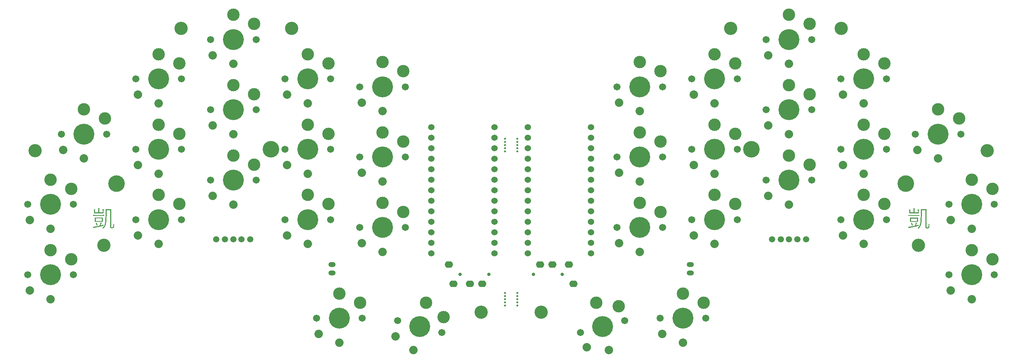
<source format=gbr>
%TF.GenerationSoftware,KiCad,Pcbnew,7.0.9*%
%TF.CreationDate,2024-04-08T09:31:46+08:00*%
%TF.ProjectId,kai_simple_v3,6b61695f-7369-46d7-906c-655f76332e6b,rev?*%
%TF.SameCoordinates,Original*%
%TF.FileFunction,Soldermask,Top*%
%TF.FilePolarity,Negative*%
%FSLAX46Y46*%
G04 Gerber Fmt 4.6, Leading zero omitted, Abs format (unit mm)*
G04 Created by KiCad (PCBNEW 7.0.9) date 2024-04-08 09:31:46*
%MOMM*%
%LPD*%
G01*
G04 APERTURE LIST*
%ADD10C,0.150000*%
%ADD11C,1.701800*%
%ADD12C,3.000000*%
%ADD13C,5.050000*%
%ADD14C,2.032000*%
%ADD15C,1.500000*%
%ADD16C,0.800000*%
%ADD17O,2.000000X1.600000*%
%ADD18C,4.000000*%
%ADD19C,3.200000*%
%ADD20C,0.500000*%
%ADD21C,1.524000*%
%ADD22O,1.750000X1.200000*%
G04 APERTURE END LIST*
D10*
G36*
X51070697Y-104667499D02*
G01*
X51074513Y-104688107D01*
X51062790Y-105712950D01*
X51062790Y-108798225D01*
X51063400Y-108840418D01*
X51065881Y-108886805D01*
X51070270Y-108926132D01*
X51079619Y-108969329D01*
X51097136Y-109004534D01*
X51101868Y-109009251D01*
X51136942Y-109028163D01*
X51177242Y-109038543D01*
X51220364Y-109042338D01*
X51230829Y-109042468D01*
X51275006Y-109041491D01*
X51315703Y-109038560D01*
X51361680Y-109032149D01*
X51402218Y-109022684D01*
X51443686Y-109007297D01*
X51482168Y-108983789D01*
X51486795Y-108979942D01*
X51510580Y-108937176D01*
X51523065Y-108895373D01*
X51534211Y-108841463D01*
X51540897Y-108798797D01*
X51546988Y-108750750D01*
X51552483Y-108697321D01*
X51557383Y-108638512D01*
X51561688Y-108574322D01*
X51565398Y-108504751D01*
X51568512Y-108429799D01*
X51569845Y-108390305D01*
X51571030Y-108349466D01*
X51572066Y-108307282D01*
X51572954Y-108263752D01*
X51573692Y-108218877D01*
X51574282Y-108172657D01*
X51574723Y-108125092D01*
X51606708Y-108152887D01*
X51639940Y-108177204D01*
X51677691Y-108201155D01*
X51714430Y-108221812D01*
X51751508Y-108238027D01*
X51783794Y-108262069D01*
X51785748Y-108265776D01*
X51793502Y-108306027D01*
X51794541Y-108344911D01*
X51792629Y-108397511D01*
X51790557Y-108448088D01*
X51788324Y-108496643D01*
X51785932Y-108543175D01*
X51783379Y-108587684D01*
X51780665Y-108630171D01*
X51777791Y-108670635D01*
X51773180Y-108727539D01*
X51768209Y-108779892D01*
X51762876Y-108827694D01*
X51757183Y-108870945D01*
X51751130Y-108909645D01*
X51744716Y-108943794D01*
X51734249Y-108988244D01*
X51721780Y-109028783D01*
X51707306Y-109065410D01*
X51687294Y-109104199D01*
X51664396Y-109137355D01*
X51643111Y-109160682D01*
X51611069Y-109188388D01*
X51574051Y-109212400D01*
X51532056Y-109232718D01*
X51485086Y-109249342D01*
X51446591Y-109259385D01*
X51405298Y-109267351D01*
X51361206Y-109273238D01*
X51314314Y-109277048D01*
X51264623Y-109278780D01*
X51247437Y-109278895D01*
X51202237Y-109278285D01*
X51159937Y-109276453D01*
X51120538Y-109273400D01*
X51075367Y-109267866D01*
X51034728Y-109260424D01*
X50991944Y-109248975D01*
X50967046Y-109239816D01*
X50930410Y-109219224D01*
X50898658Y-109192128D01*
X50871792Y-109158529D01*
X50849810Y-109118428D01*
X50832713Y-109071823D01*
X50823096Y-109032602D01*
X50816226Y-108989723D01*
X50812105Y-108943186D01*
X50810731Y-108892991D01*
X50810731Y-104902063D01*
X49945134Y-104902063D01*
X49945134Y-105365148D01*
X49945062Y-105458713D01*
X49944844Y-105550975D01*
X49944482Y-105641933D01*
X49943974Y-105731588D01*
X49943322Y-105819940D01*
X49942524Y-105906989D01*
X49941581Y-105992735D01*
X49940494Y-106077177D01*
X49939261Y-106160316D01*
X49937883Y-106242151D01*
X49936361Y-106322684D01*
X49934693Y-106401913D01*
X49932880Y-106479839D01*
X49930922Y-106556461D01*
X49928820Y-106631781D01*
X49926572Y-106705797D01*
X49924179Y-106778510D01*
X49921641Y-106849919D01*
X49918958Y-106920025D01*
X49916131Y-106988828D01*
X49913158Y-107056328D01*
X49910040Y-107122525D01*
X49906777Y-107187418D01*
X49903369Y-107251008D01*
X49899816Y-107313295D01*
X49896118Y-107374278D01*
X49892275Y-107433958D01*
X49888287Y-107492335D01*
X49884154Y-107549409D01*
X49879876Y-107605179D01*
X49875453Y-107659646D01*
X49870885Y-107712810D01*
X49864911Y-107771921D01*
X49857982Y-107830428D01*
X49850096Y-107888333D01*
X49841255Y-107945635D01*
X49831457Y-108002333D01*
X49820704Y-108058429D01*
X49808995Y-108113922D01*
X49796329Y-108168811D01*
X49782708Y-108223098D01*
X49768131Y-108276782D01*
X49752598Y-108329863D01*
X49736108Y-108382341D01*
X49718663Y-108434216D01*
X49700262Y-108485488D01*
X49680905Y-108536156D01*
X49660591Y-108586222D01*
X49639322Y-108635685D01*
X49617097Y-108684545D01*
X49593916Y-108732803D01*
X49569779Y-108780457D01*
X49544686Y-108827508D01*
X49518637Y-108873956D01*
X49491632Y-108919801D01*
X49463671Y-108965043D01*
X49434754Y-109009682D01*
X49404881Y-109053719D01*
X49374052Y-109097152D01*
X49342267Y-109139982D01*
X49309526Y-109182209D01*
X49275829Y-109223834D01*
X49241176Y-109264855D01*
X49205567Y-109305273D01*
X49176697Y-109333479D01*
X49156718Y-109341421D01*
X49119716Y-109324385D01*
X49103962Y-109311135D01*
X49071092Y-109281780D01*
X49038429Y-109255997D01*
X49005971Y-109233787D01*
X48968364Y-109212389D01*
X48931038Y-109195853D01*
X48975231Y-109153736D01*
X49017927Y-109110917D01*
X49059128Y-109067396D01*
X49098833Y-109023173D01*
X49137042Y-108978247D01*
X49173754Y-108932620D01*
X49208971Y-108886290D01*
X49242692Y-108839258D01*
X49274917Y-108791524D01*
X49305646Y-108743087D01*
X49334878Y-108693949D01*
X49362615Y-108644108D01*
X49388856Y-108593565D01*
X49413601Y-108542320D01*
X49436850Y-108490372D01*
X49458603Y-108437723D01*
X49475089Y-108394423D01*
X49490843Y-108350009D01*
X49505864Y-108304481D01*
X49520152Y-108257838D01*
X49533707Y-108210081D01*
X49546530Y-108161209D01*
X49558620Y-108111224D01*
X49569977Y-108060123D01*
X49580602Y-108007909D01*
X49590494Y-107954580D01*
X49599653Y-107900137D01*
X49608079Y-107844579D01*
X49615773Y-107787907D01*
X49622734Y-107730121D01*
X49628962Y-107671220D01*
X49634457Y-107611205D01*
X49638184Y-107560964D01*
X49641792Y-107509039D01*
X49645282Y-107455429D01*
X49648654Y-107400133D01*
X49651907Y-107343153D01*
X49655043Y-107284488D01*
X49658059Y-107224138D01*
X49660958Y-107162103D01*
X49663738Y-107098384D01*
X49666400Y-107032979D01*
X49668943Y-106965890D01*
X49671369Y-106897115D01*
X49673676Y-106826656D01*
X49675864Y-106754512D01*
X49677935Y-106680683D01*
X49679887Y-106605169D01*
X49681720Y-106527970D01*
X49683436Y-106449086D01*
X49685033Y-106368517D01*
X49686512Y-106286264D01*
X49687872Y-106202325D01*
X49689114Y-106116702D01*
X49690238Y-106029394D01*
X49691244Y-105940401D01*
X49692131Y-105849723D01*
X49692900Y-105757360D01*
X49693551Y-105663312D01*
X49694083Y-105567579D01*
X49694497Y-105470162D01*
X49694793Y-105371059D01*
X49694971Y-105270272D01*
X49695030Y-105167800D01*
X49684283Y-104688107D01*
X49702292Y-104652844D01*
X49722385Y-104649028D01*
X50175700Y-104660751D01*
X50574304Y-104660751D01*
X51035434Y-104649028D01*
X51070697Y-104667499D01*
G37*
G36*
X48538948Y-107876697D02*
G01*
X48582671Y-107888421D01*
X48625502Y-107902342D01*
X48667439Y-107918463D01*
X48708483Y-107936781D01*
X48721966Y-107943375D01*
X48757091Y-107963800D01*
X48779607Y-107994178D01*
X48766175Y-108032989D01*
X48741506Y-108065497D01*
X48716690Y-108103038D01*
X48695166Y-108143521D01*
X48674186Y-108186702D01*
X48655410Y-108227430D01*
X48634863Y-108273653D01*
X48618291Y-108311926D01*
X48612545Y-108325371D01*
X48593174Y-108369701D01*
X48575115Y-108410856D01*
X48558369Y-108448836D01*
X48539283Y-108491845D01*
X48522248Y-108529894D01*
X48504514Y-108569003D01*
X48494332Y-108591107D01*
X48556354Y-108575453D01*
X48616148Y-108560241D01*
X48673713Y-108545472D01*
X48729049Y-108531146D01*
X48782157Y-108517262D01*
X48833036Y-108503821D01*
X48881686Y-108490823D01*
X48928107Y-108478267D01*
X48972300Y-108466154D01*
X49014264Y-108454484D01*
X49053999Y-108443256D01*
X49109423Y-108427245D01*
X49159833Y-108412230D01*
X49205227Y-108398211D01*
X49219245Y-108393759D01*
X49215057Y-108433055D01*
X49211531Y-108474760D01*
X49209170Y-108517590D01*
X49208498Y-108552028D01*
X49206189Y-108594039D01*
X49194588Y-108632477D01*
X49188958Y-108638979D01*
X49154688Y-108660579D01*
X49117640Y-108673173D01*
X49059785Y-108688691D01*
X49001624Y-108704104D01*
X48943159Y-108719412D01*
X48884388Y-108734615D01*
X48825311Y-108749713D01*
X48765930Y-108764707D01*
X48706243Y-108779595D01*
X48646251Y-108794378D01*
X48585953Y-108809057D01*
X48525351Y-108823630D01*
X48464443Y-108838099D01*
X48403229Y-108852462D01*
X48341711Y-108866721D01*
X48279887Y-108880875D01*
X48217757Y-108894923D01*
X48155323Y-108908867D01*
X48092583Y-108922706D01*
X48029538Y-108936440D01*
X47966187Y-108950069D01*
X47902531Y-108963593D01*
X47838570Y-108977012D01*
X47774304Y-108990326D01*
X47709732Y-109003535D01*
X47644855Y-109016639D01*
X47579673Y-109029639D01*
X47514185Y-109042533D01*
X47448392Y-109055322D01*
X47382294Y-109068007D01*
X47315891Y-109080586D01*
X47249182Y-109093061D01*
X47182168Y-109105430D01*
X47114848Y-109117695D01*
X47065420Y-109127892D01*
X47021670Y-109137479D01*
X46983598Y-109146454D01*
X46943995Y-109156816D01*
X46903456Y-109169719D01*
X46878421Y-109182175D01*
X46843544Y-109204314D01*
X46805900Y-109216336D01*
X46804171Y-109216369D01*
X46770581Y-109196393D01*
X46754346Y-109159705D01*
X46739955Y-109120504D01*
X46725357Y-109076906D01*
X46713035Y-109037217D01*
X46700570Y-108994474D01*
X46687962Y-108948679D01*
X46677773Y-108909844D01*
X46675211Y-108899830D01*
X46724182Y-108898991D01*
X46763955Y-108897259D01*
X46806339Y-108894583D01*
X46851333Y-108890962D01*
X46898938Y-108886397D01*
X46949152Y-108880887D01*
X47001978Y-108874433D01*
X47057413Y-108867034D01*
X47115459Y-108858691D01*
X47155606Y-108852604D01*
X47196914Y-108846097D01*
X47247789Y-108838327D01*
X47300763Y-108829916D01*
X47355836Y-108820864D01*
X47413008Y-108811170D01*
X47472279Y-108800836D01*
X47533648Y-108789860D01*
X47597117Y-108778243D01*
X47662685Y-108765985D01*
X47730352Y-108753086D01*
X47800117Y-108739546D01*
X47871982Y-108725365D01*
X47945946Y-108710542D01*
X48022008Y-108695078D01*
X48060827Y-108687106D01*
X48100170Y-108678974D01*
X48140038Y-108670681D01*
X48180430Y-108662228D01*
X48221348Y-108653614D01*
X48262790Y-108644841D01*
X48278781Y-108607861D01*
X48294514Y-108570194D01*
X48309991Y-108531840D01*
X48325209Y-108492800D01*
X48340170Y-108453072D01*
X48354873Y-108412657D01*
X48369319Y-108371556D01*
X48383507Y-108329767D01*
X48397437Y-108287292D01*
X48411110Y-108244130D01*
X48420082Y-108214973D01*
X48433210Y-108170643D01*
X48445239Y-108126557D01*
X48456169Y-108082716D01*
X48466000Y-108039118D01*
X48474731Y-107995765D01*
X48482364Y-107952657D01*
X48488897Y-107909792D01*
X48494332Y-107867172D01*
X48538948Y-107876697D01*
G37*
G36*
X47570056Y-107935891D02*
G01*
X47571094Y-107937513D01*
X47591997Y-107978286D01*
X47612573Y-108021102D01*
X47632823Y-108065961D01*
X47652747Y-108112865D01*
X47672345Y-108161811D01*
X47691616Y-108212802D01*
X47710561Y-108265836D01*
X47729180Y-108320914D01*
X47741411Y-108358767D01*
X47753497Y-108397530D01*
X47765439Y-108437200D01*
X47777235Y-108477779D01*
X47782120Y-108501226D01*
X47758558Y-108534164D01*
X47727409Y-108550075D01*
X47642413Y-108579384D01*
X47603578Y-108593672D01*
X47568163Y-108602831D01*
X47544236Y-108569824D01*
X47543739Y-108567660D01*
X47530801Y-108513083D01*
X47516902Y-108459262D01*
X47502042Y-108406196D01*
X47486219Y-108353886D01*
X47469435Y-108302332D01*
X47451690Y-108251533D01*
X47432982Y-108201490D01*
X47413313Y-108152203D01*
X47392682Y-108103671D01*
X47371090Y-108055895D01*
X47356160Y-108024464D01*
X47348344Y-108001017D01*
X47375693Y-107971985D01*
X47411848Y-107955099D01*
X47490982Y-107925790D01*
X47528718Y-107912051D01*
X47537877Y-107911135D01*
X47570056Y-107935891D01*
G37*
G36*
X49080702Y-106698462D02*
G01*
X49084423Y-106722161D01*
X49073676Y-107075825D01*
X49073676Y-107334722D01*
X49084423Y-107688386D01*
X49066413Y-107723648D01*
X49046321Y-107727465D01*
X48433760Y-107715741D01*
X47738156Y-107715741D01*
X47131457Y-107727465D01*
X47096194Y-107708994D01*
X47092378Y-107688386D01*
X47104102Y-107334722D01*
X47104102Y-107075825D01*
X47098370Y-106902901D01*
X47339552Y-106902901D01*
X47339552Y-107507646D01*
X48832364Y-107507646D01*
X48832364Y-106902901D01*
X47339552Y-106902901D01*
X47098370Y-106902901D01*
X47092378Y-106722161D01*
X47106155Y-106684637D01*
X47131457Y-106677220D01*
X47738156Y-106688944D01*
X48433760Y-106688944D01*
X49046321Y-106677220D01*
X49080702Y-106698462D01*
G37*
G36*
X49422372Y-106066757D02*
G01*
X49425386Y-106085176D01*
X49425386Y-106250284D01*
X49407376Y-106285546D01*
X49387284Y-106289363D01*
X48661394Y-106277639D01*
X47480236Y-106277639D01*
X46754346Y-106289363D01*
X46718162Y-106272533D01*
X46713313Y-106250284D01*
X46713313Y-106085176D01*
X46732707Y-106050795D01*
X46754346Y-106047074D01*
X47480236Y-106057821D01*
X48661394Y-106057821D01*
X49387284Y-106047074D01*
X49422372Y-106066757D01*
G37*
G36*
X47970004Y-104404724D02*
G01*
X48013223Y-104408720D01*
X48055799Y-104413256D01*
X48104337Y-104418890D01*
X48147461Y-104424187D01*
X48194402Y-104430186D01*
X48233620Y-104442949D01*
X48254974Y-104476104D01*
X48245599Y-104515208D01*
X48231326Y-104553410D01*
X48221757Y-104576732D01*
X48211098Y-104617932D01*
X48205087Y-104663789D01*
X48201240Y-104710333D01*
X48198916Y-104750991D01*
X48197073Y-104796577D01*
X48195711Y-104847092D01*
X48194829Y-104902537D01*
X48194508Y-104942237D01*
X48194402Y-104984129D01*
X48194402Y-105443306D01*
X49005288Y-105443306D01*
X49005288Y-105094527D01*
X49004996Y-105047357D01*
X49004120Y-105001837D01*
X49002660Y-104957964D01*
X49000617Y-104915741D01*
X48997989Y-104875166D01*
X48993578Y-104823631D01*
X48988128Y-104775027D01*
X48981640Y-104729353D01*
X48974114Y-104686611D01*
X48972071Y-104676383D01*
X49015748Y-104679441D01*
X49058853Y-104683119D01*
X49101386Y-104687417D01*
X49143346Y-104692335D01*
X49184734Y-104697873D01*
X49225549Y-104704032D01*
X49241715Y-104706669D01*
X49279115Y-104720534D01*
X49296425Y-104756495D01*
X49288504Y-104795215D01*
X49273955Y-104824883D01*
X49259850Y-104866282D01*
X49251916Y-104908070D01*
X49247036Y-104949925D01*
X49243730Y-104998173D01*
X49242219Y-105041373D01*
X49241715Y-105088665D01*
X49241715Y-105256704D01*
X49252462Y-105625022D01*
X49232778Y-105660110D01*
X49214360Y-105663124D01*
X48532434Y-105652377D01*
X47625804Y-105652377D01*
X46943878Y-105663124D01*
X46908790Y-105643441D01*
X46905776Y-105625022D01*
X46916523Y-105256704D01*
X46916523Y-105088665D01*
X46916240Y-105044037D01*
X46915390Y-105000646D01*
X46913973Y-104958491D01*
X46911989Y-104917573D01*
X46909439Y-104877891D01*
X46905157Y-104826905D01*
X46899868Y-104778118D01*
X46893571Y-104731528D01*
X46886267Y-104687137D01*
X46884283Y-104676383D01*
X46924845Y-104679441D01*
X46965933Y-104683119D01*
X47007545Y-104687417D01*
X47049681Y-104692335D01*
X47092343Y-104697873D01*
X47135529Y-104704032D01*
X47152950Y-104706669D01*
X47191647Y-104716973D01*
X47216391Y-104748460D01*
X47216453Y-104750633D01*
X47206251Y-104790500D01*
X47190719Y-104828892D01*
X47180305Y-104852238D01*
X47168337Y-104891927D01*
X47160670Y-104937274D01*
X47156183Y-104984032D01*
X47153912Y-105028558D01*
X47153057Y-105067820D01*
X47152950Y-105088665D01*
X47152950Y-105443306D01*
X47957975Y-105443306D01*
X47957975Y-104984129D01*
X47957849Y-104933426D01*
X47957471Y-104884631D01*
X47956841Y-104837744D01*
X47955960Y-104792765D01*
X47954826Y-104749694D01*
X47953441Y-104708531D01*
X47951804Y-104669277D01*
X47948876Y-104613973D01*
X47945381Y-104562963D01*
X47941319Y-104516246D01*
X47936691Y-104473822D01*
X47929639Y-104423935D01*
X47925734Y-104401854D01*
X47970004Y-104404724D01*
G37*
G36*
X247750697Y-104687499D02*
G01*
X247754513Y-104708107D01*
X247742790Y-105732950D01*
X247742790Y-108818225D01*
X247743400Y-108860418D01*
X247745881Y-108906805D01*
X247750270Y-108946132D01*
X247759619Y-108989329D01*
X247777136Y-109024534D01*
X247781868Y-109029251D01*
X247816942Y-109048163D01*
X247857242Y-109058543D01*
X247900364Y-109062338D01*
X247910829Y-109062468D01*
X247955006Y-109061491D01*
X247995703Y-109058560D01*
X248041680Y-109052149D01*
X248082218Y-109042684D01*
X248123686Y-109027297D01*
X248162168Y-109003789D01*
X248166795Y-108999942D01*
X248190580Y-108957176D01*
X248203065Y-108915373D01*
X248214211Y-108861463D01*
X248220897Y-108818797D01*
X248226988Y-108770750D01*
X248232483Y-108717321D01*
X248237383Y-108658512D01*
X248241688Y-108594322D01*
X248245398Y-108524751D01*
X248248512Y-108449799D01*
X248249845Y-108410305D01*
X248251030Y-108369466D01*
X248252066Y-108327282D01*
X248252954Y-108283752D01*
X248253692Y-108238877D01*
X248254282Y-108192657D01*
X248254723Y-108145092D01*
X248286708Y-108172887D01*
X248319940Y-108197204D01*
X248357691Y-108221155D01*
X248394430Y-108241812D01*
X248431508Y-108258027D01*
X248463794Y-108282069D01*
X248465748Y-108285776D01*
X248473502Y-108326027D01*
X248474541Y-108364911D01*
X248472629Y-108417511D01*
X248470557Y-108468088D01*
X248468324Y-108516643D01*
X248465932Y-108563175D01*
X248463379Y-108607684D01*
X248460665Y-108650171D01*
X248457791Y-108690635D01*
X248453180Y-108747539D01*
X248448209Y-108799892D01*
X248442876Y-108847694D01*
X248437183Y-108890945D01*
X248431130Y-108929645D01*
X248424716Y-108963794D01*
X248414249Y-109008244D01*
X248401780Y-109048783D01*
X248387306Y-109085410D01*
X248367294Y-109124199D01*
X248344396Y-109157355D01*
X248323111Y-109180682D01*
X248291069Y-109208388D01*
X248254051Y-109232400D01*
X248212056Y-109252718D01*
X248165086Y-109269342D01*
X248126591Y-109279385D01*
X248085298Y-109287351D01*
X248041206Y-109293238D01*
X247994314Y-109297048D01*
X247944623Y-109298780D01*
X247927437Y-109298895D01*
X247882237Y-109298285D01*
X247839937Y-109296453D01*
X247800538Y-109293400D01*
X247755367Y-109287866D01*
X247714728Y-109280424D01*
X247671944Y-109268975D01*
X247647046Y-109259816D01*
X247610410Y-109239224D01*
X247578658Y-109212128D01*
X247551792Y-109178529D01*
X247529810Y-109138428D01*
X247512713Y-109091823D01*
X247503096Y-109052602D01*
X247496226Y-109009723D01*
X247492105Y-108963186D01*
X247490731Y-108912991D01*
X247490731Y-104922063D01*
X246625134Y-104922063D01*
X246625134Y-105385148D01*
X246625062Y-105478713D01*
X246624844Y-105570975D01*
X246624482Y-105661933D01*
X246623974Y-105751588D01*
X246623322Y-105839940D01*
X246622524Y-105926989D01*
X246621581Y-106012735D01*
X246620494Y-106097177D01*
X246619261Y-106180316D01*
X246617883Y-106262151D01*
X246616361Y-106342684D01*
X246614693Y-106421913D01*
X246612880Y-106499839D01*
X246610922Y-106576461D01*
X246608820Y-106651781D01*
X246606572Y-106725797D01*
X246604179Y-106798510D01*
X246601641Y-106869919D01*
X246598958Y-106940025D01*
X246596131Y-107008828D01*
X246593158Y-107076328D01*
X246590040Y-107142525D01*
X246586777Y-107207418D01*
X246583369Y-107271008D01*
X246579816Y-107333295D01*
X246576118Y-107394278D01*
X246572275Y-107453958D01*
X246568287Y-107512335D01*
X246564154Y-107569409D01*
X246559876Y-107625179D01*
X246555453Y-107679646D01*
X246550885Y-107732810D01*
X246544911Y-107791921D01*
X246537982Y-107850428D01*
X246530096Y-107908333D01*
X246521255Y-107965635D01*
X246511457Y-108022333D01*
X246500704Y-108078429D01*
X246488995Y-108133922D01*
X246476329Y-108188811D01*
X246462708Y-108243098D01*
X246448131Y-108296782D01*
X246432598Y-108349863D01*
X246416108Y-108402341D01*
X246398663Y-108454216D01*
X246380262Y-108505488D01*
X246360905Y-108556156D01*
X246340591Y-108606222D01*
X246319322Y-108655685D01*
X246297097Y-108704545D01*
X246273916Y-108752803D01*
X246249779Y-108800457D01*
X246224686Y-108847508D01*
X246198637Y-108893956D01*
X246171632Y-108939801D01*
X246143671Y-108985043D01*
X246114754Y-109029682D01*
X246084881Y-109073719D01*
X246054052Y-109117152D01*
X246022267Y-109159982D01*
X245989526Y-109202209D01*
X245955829Y-109243834D01*
X245921176Y-109284855D01*
X245885567Y-109325273D01*
X245856697Y-109353479D01*
X245836718Y-109361421D01*
X245799716Y-109344385D01*
X245783962Y-109331135D01*
X245751092Y-109301780D01*
X245718429Y-109275997D01*
X245685971Y-109253787D01*
X245648364Y-109232389D01*
X245611038Y-109215853D01*
X245655231Y-109173736D01*
X245697927Y-109130917D01*
X245739128Y-109087396D01*
X245778833Y-109043173D01*
X245817042Y-108998247D01*
X245853754Y-108952620D01*
X245888971Y-108906290D01*
X245922692Y-108859258D01*
X245954917Y-108811524D01*
X245985646Y-108763087D01*
X246014878Y-108713949D01*
X246042615Y-108664108D01*
X246068856Y-108613565D01*
X246093601Y-108562320D01*
X246116850Y-108510372D01*
X246138603Y-108457723D01*
X246155089Y-108414423D01*
X246170843Y-108370009D01*
X246185864Y-108324481D01*
X246200152Y-108277838D01*
X246213707Y-108230081D01*
X246226530Y-108181209D01*
X246238620Y-108131224D01*
X246249977Y-108080123D01*
X246260602Y-108027909D01*
X246270494Y-107974580D01*
X246279653Y-107920137D01*
X246288079Y-107864579D01*
X246295773Y-107807907D01*
X246302734Y-107750121D01*
X246308962Y-107691220D01*
X246314457Y-107631205D01*
X246318184Y-107580964D01*
X246321792Y-107529039D01*
X246325282Y-107475429D01*
X246328654Y-107420133D01*
X246331907Y-107363153D01*
X246335043Y-107304488D01*
X246338059Y-107244138D01*
X246340958Y-107182103D01*
X246343738Y-107118384D01*
X246346400Y-107052979D01*
X246348943Y-106985890D01*
X246351369Y-106917115D01*
X246353676Y-106846656D01*
X246355864Y-106774512D01*
X246357935Y-106700683D01*
X246359887Y-106625169D01*
X246361720Y-106547970D01*
X246363436Y-106469086D01*
X246365033Y-106388517D01*
X246366512Y-106306264D01*
X246367872Y-106222325D01*
X246369114Y-106136702D01*
X246370238Y-106049394D01*
X246371244Y-105960401D01*
X246372131Y-105869723D01*
X246372900Y-105777360D01*
X246373551Y-105683312D01*
X246374083Y-105587579D01*
X246374497Y-105490162D01*
X246374793Y-105391059D01*
X246374971Y-105290272D01*
X246375030Y-105187800D01*
X246364283Y-104708107D01*
X246382292Y-104672844D01*
X246402385Y-104669028D01*
X246855700Y-104680751D01*
X247254304Y-104680751D01*
X247715434Y-104669028D01*
X247750697Y-104687499D01*
G37*
G36*
X245218948Y-107896697D02*
G01*
X245262671Y-107908421D01*
X245305502Y-107922342D01*
X245347439Y-107938463D01*
X245388483Y-107956781D01*
X245401966Y-107963375D01*
X245437091Y-107983800D01*
X245459607Y-108014178D01*
X245446175Y-108052989D01*
X245421506Y-108085497D01*
X245396690Y-108123038D01*
X245375166Y-108163521D01*
X245354186Y-108206702D01*
X245335410Y-108247430D01*
X245314863Y-108293653D01*
X245298291Y-108331926D01*
X245292545Y-108345371D01*
X245273174Y-108389701D01*
X245255115Y-108430856D01*
X245238369Y-108468836D01*
X245219283Y-108511845D01*
X245202248Y-108549894D01*
X245184514Y-108589003D01*
X245174332Y-108611107D01*
X245236354Y-108595453D01*
X245296148Y-108580241D01*
X245353713Y-108565472D01*
X245409049Y-108551146D01*
X245462157Y-108537262D01*
X245513036Y-108523821D01*
X245561686Y-108510823D01*
X245608107Y-108498267D01*
X245652300Y-108486154D01*
X245694264Y-108474484D01*
X245733999Y-108463256D01*
X245789423Y-108447245D01*
X245839833Y-108432230D01*
X245885227Y-108418211D01*
X245899245Y-108413759D01*
X245895057Y-108453055D01*
X245891531Y-108494760D01*
X245889170Y-108537590D01*
X245888498Y-108572028D01*
X245886189Y-108614039D01*
X245874588Y-108652477D01*
X245868958Y-108658979D01*
X245834688Y-108680579D01*
X245797640Y-108693173D01*
X245739785Y-108708691D01*
X245681624Y-108724104D01*
X245623159Y-108739412D01*
X245564388Y-108754615D01*
X245505311Y-108769713D01*
X245445930Y-108784707D01*
X245386243Y-108799595D01*
X245326251Y-108814378D01*
X245265953Y-108829057D01*
X245205351Y-108843630D01*
X245144443Y-108858099D01*
X245083229Y-108872462D01*
X245021711Y-108886721D01*
X244959887Y-108900875D01*
X244897757Y-108914923D01*
X244835323Y-108928867D01*
X244772583Y-108942706D01*
X244709538Y-108956440D01*
X244646187Y-108970069D01*
X244582531Y-108983593D01*
X244518570Y-108997012D01*
X244454304Y-109010326D01*
X244389732Y-109023535D01*
X244324855Y-109036639D01*
X244259673Y-109049639D01*
X244194185Y-109062533D01*
X244128392Y-109075322D01*
X244062294Y-109088007D01*
X243995891Y-109100586D01*
X243929182Y-109113061D01*
X243862168Y-109125430D01*
X243794848Y-109137695D01*
X243745420Y-109147892D01*
X243701670Y-109157479D01*
X243663598Y-109166454D01*
X243623995Y-109176816D01*
X243583456Y-109189719D01*
X243558421Y-109202175D01*
X243523544Y-109224314D01*
X243485900Y-109236336D01*
X243484171Y-109236369D01*
X243450581Y-109216393D01*
X243434346Y-109179705D01*
X243419955Y-109140504D01*
X243405357Y-109096906D01*
X243393035Y-109057217D01*
X243380570Y-109014474D01*
X243367962Y-108968679D01*
X243357773Y-108929844D01*
X243355211Y-108919830D01*
X243404182Y-108918991D01*
X243443955Y-108917259D01*
X243486339Y-108914583D01*
X243531333Y-108910962D01*
X243578938Y-108906397D01*
X243629152Y-108900887D01*
X243681978Y-108894433D01*
X243737413Y-108887034D01*
X243795459Y-108878691D01*
X243835606Y-108872604D01*
X243876914Y-108866097D01*
X243927789Y-108858327D01*
X243980763Y-108849916D01*
X244035836Y-108840864D01*
X244093008Y-108831170D01*
X244152279Y-108820836D01*
X244213648Y-108809860D01*
X244277117Y-108798243D01*
X244342685Y-108785985D01*
X244410352Y-108773086D01*
X244480117Y-108759546D01*
X244551982Y-108745365D01*
X244625946Y-108730542D01*
X244702008Y-108715078D01*
X244740827Y-108707106D01*
X244780170Y-108698974D01*
X244820038Y-108690681D01*
X244860430Y-108682228D01*
X244901348Y-108673614D01*
X244942790Y-108664841D01*
X244958781Y-108627861D01*
X244974514Y-108590194D01*
X244989991Y-108551840D01*
X245005209Y-108512800D01*
X245020170Y-108473072D01*
X245034873Y-108432657D01*
X245049319Y-108391556D01*
X245063507Y-108349767D01*
X245077437Y-108307292D01*
X245091110Y-108264130D01*
X245100082Y-108234973D01*
X245113210Y-108190643D01*
X245125239Y-108146557D01*
X245136169Y-108102716D01*
X245146000Y-108059118D01*
X245154731Y-108015765D01*
X245162364Y-107972657D01*
X245168897Y-107929792D01*
X245174332Y-107887172D01*
X245218948Y-107896697D01*
G37*
G36*
X244250056Y-107955891D02*
G01*
X244251094Y-107957513D01*
X244271997Y-107998286D01*
X244292573Y-108041102D01*
X244312823Y-108085961D01*
X244332747Y-108132865D01*
X244352345Y-108181811D01*
X244371616Y-108232802D01*
X244390561Y-108285836D01*
X244409180Y-108340914D01*
X244421411Y-108378767D01*
X244433497Y-108417530D01*
X244445439Y-108457200D01*
X244457235Y-108497779D01*
X244462120Y-108521226D01*
X244438558Y-108554164D01*
X244407409Y-108570075D01*
X244322413Y-108599384D01*
X244283578Y-108613672D01*
X244248163Y-108622831D01*
X244224236Y-108589824D01*
X244223739Y-108587660D01*
X244210801Y-108533083D01*
X244196902Y-108479262D01*
X244182042Y-108426196D01*
X244166219Y-108373886D01*
X244149435Y-108322332D01*
X244131690Y-108271533D01*
X244112982Y-108221490D01*
X244093313Y-108172203D01*
X244072682Y-108123671D01*
X244051090Y-108075895D01*
X244036160Y-108044464D01*
X244028344Y-108021017D01*
X244055693Y-107991985D01*
X244091848Y-107975099D01*
X244170982Y-107945790D01*
X244208718Y-107932051D01*
X244217877Y-107931135D01*
X244250056Y-107955891D01*
G37*
G36*
X245760702Y-106718462D02*
G01*
X245764423Y-106742161D01*
X245753676Y-107095825D01*
X245753676Y-107354722D01*
X245764423Y-107708386D01*
X245746413Y-107743648D01*
X245726321Y-107747465D01*
X245113760Y-107735741D01*
X244418156Y-107735741D01*
X243811457Y-107747465D01*
X243776194Y-107728994D01*
X243772378Y-107708386D01*
X243784102Y-107354722D01*
X243784102Y-107095825D01*
X243778370Y-106922901D01*
X244019552Y-106922901D01*
X244019552Y-107527646D01*
X245512364Y-107527646D01*
X245512364Y-106922901D01*
X244019552Y-106922901D01*
X243778370Y-106922901D01*
X243772378Y-106742161D01*
X243786155Y-106704637D01*
X243811457Y-106697220D01*
X244418156Y-106708944D01*
X245113760Y-106708944D01*
X245726321Y-106697220D01*
X245760702Y-106718462D01*
G37*
G36*
X246102372Y-106086757D02*
G01*
X246105386Y-106105176D01*
X246105386Y-106270284D01*
X246087376Y-106305546D01*
X246067284Y-106309363D01*
X245341394Y-106297639D01*
X244160236Y-106297639D01*
X243434346Y-106309363D01*
X243398162Y-106292533D01*
X243393313Y-106270284D01*
X243393313Y-106105176D01*
X243412707Y-106070795D01*
X243434346Y-106067074D01*
X244160236Y-106077821D01*
X245341394Y-106077821D01*
X246067284Y-106067074D01*
X246102372Y-106086757D01*
G37*
G36*
X244650004Y-104424724D02*
G01*
X244693223Y-104428720D01*
X244735799Y-104433256D01*
X244784337Y-104438890D01*
X244827461Y-104444187D01*
X244874402Y-104450186D01*
X244913620Y-104462949D01*
X244934974Y-104496104D01*
X244925599Y-104535208D01*
X244911326Y-104573410D01*
X244901757Y-104596732D01*
X244891098Y-104637932D01*
X244885087Y-104683789D01*
X244881240Y-104730333D01*
X244878916Y-104770991D01*
X244877073Y-104816577D01*
X244875711Y-104867092D01*
X244874829Y-104922537D01*
X244874508Y-104962237D01*
X244874402Y-105004129D01*
X244874402Y-105463306D01*
X245685288Y-105463306D01*
X245685288Y-105114527D01*
X245684996Y-105067357D01*
X245684120Y-105021837D01*
X245682660Y-104977964D01*
X245680617Y-104935741D01*
X245677989Y-104895166D01*
X245673578Y-104843631D01*
X245668128Y-104795027D01*
X245661640Y-104749353D01*
X245654114Y-104706611D01*
X245652071Y-104696383D01*
X245695748Y-104699441D01*
X245738853Y-104703119D01*
X245781386Y-104707417D01*
X245823346Y-104712335D01*
X245864734Y-104717873D01*
X245905549Y-104724032D01*
X245921715Y-104726669D01*
X245959115Y-104740534D01*
X245976425Y-104776495D01*
X245968504Y-104815215D01*
X245953955Y-104844883D01*
X245939850Y-104886282D01*
X245931916Y-104928070D01*
X245927036Y-104969925D01*
X245923730Y-105018173D01*
X245922219Y-105061373D01*
X245921715Y-105108665D01*
X245921715Y-105276704D01*
X245932462Y-105645022D01*
X245912778Y-105680110D01*
X245894360Y-105683124D01*
X245212434Y-105672377D01*
X244305804Y-105672377D01*
X243623878Y-105683124D01*
X243588790Y-105663441D01*
X243585776Y-105645022D01*
X243596523Y-105276704D01*
X243596523Y-105108665D01*
X243596240Y-105064037D01*
X243595390Y-105020646D01*
X243593973Y-104978491D01*
X243591989Y-104937573D01*
X243589439Y-104897891D01*
X243585157Y-104846905D01*
X243579868Y-104798118D01*
X243573571Y-104751528D01*
X243566267Y-104707137D01*
X243564283Y-104696383D01*
X243604845Y-104699441D01*
X243645933Y-104703119D01*
X243687545Y-104707417D01*
X243729681Y-104712335D01*
X243772343Y-104717873D01*
X243815529Y-104724032D01*
X243832950Y-104726669D01*
X243871647Y-104736973D01*
X243896391Y-104768460D01*
X243896453Y-104770633D01*
X243886251Y-104810500D01*
X243870719Y-104848892D01*
X243860305Y-104872238D01*
X243848337Y-104911927D01*
X243840670Y-104957274D01*
X243836183Y-105004032D01*
X243833912Y-105048558D01*
X243833057Y-105087820D01*
X243832950Y-105108665D01*
X243832950Y-105463306D01*
X244637975Y-105463306D01*
X244637975Y-105004129D01*
X244637849Y-104953426D01*
X244637471Y-104904631D01*
X244636841Y-104857744D01*
X244635960Y-104812765D01*
X244634826Y-104769694D01*
X244633441Y-104728531D01*
X244631804Y-104689277D01*
X244628876Y-104633973D01*
X244625381Y-104582963D01*
X244621319Y-104536246D01*
X244616691Y-104493822D01*
X244609639Y-104443935D01*
X244605734Y-104421854D01*
X244650004Y-104424724D01*
G37*
D11*
%TO.C,SW23*%
X173090571Y-92078791D03*
D12*
X178590571Y-86128791D03*
D13*
X178590571Y-92078791D03*
D12*
X183590571Y-88328791D03*
D11*
X184090571Y-92078791D03*
D14*
X178590571Y-97978791D03*
X173590571Y-95878791D03*
%TD*%
D11*
%TO.C,SW17*%
X120177693Y-131600725D03*
D12*
X127030258Y-127276971D03*
D13*
X125490285Y-133024230D03*
D12*
X131290486Y-130696103D03*
D11*
X130802877Y-134447735D03*
D14*
X123963253Y-138723192D03*
X119677143Y-135400653D03*
%TD*%
D11*
%TO.C,SW20*%
X209090571Y-63648791D03*
D12*
X214590571Y-57698791D03*
D13*
X214590571Y-63648791D03*
D12*
X219590571Y-59898791D03*
D11*
X220090571Y-63648791D03*
D14*
X214590571Y-69548791D03*
X209590571Y-67448791D03*
%TD*%
D11*
%TO.C,SW9*%
X93015693Y-90173791D03*
D12*
X98515693Y-84223791D03*
D13*
X98515693Y-90173791D03*
D12*
X103515693Y-86423791D03*
D11*
X104015693Y-90173791D03*
D14*
X98515693Y-96073791D03*
X93515693Y-93973791D03*
%TD*%
D11*
%TO.C,SW7*%
X57015693Y-90173791D03*
D12*
X62515693Y-84223791D03*
D13*
X62515693Y-90173791D03*
D12*
X67515693Y-86423791D03*
D11*
X68015693Y-90173791D03*
D14*
X62515693Y-96073791D03*
X57515693Y-93973791D03*
%TD*%
D15*
%TO.C,J2*%
X210490571Y-111936291D03*
X218690571Y-111936291D03*
X212590571Y-111936291D03*
X214590571Y-111936291D03*
X216590571Y-111936291D03*
%TD*%
D11*
%TO.C,SW21*%
X227090571Y-73173791D03*
D12*
X232590571Y-67223791D03*
D13*
X232590571Y-73173791D03*
D12*
X237590571Y-69423791D03*
D11*
X238090571Y-73173791D03*
D14*
X232590571Y-79073791D03*
X227590571Y-76973791D03*
%TD*%
D11*
%TO.C,SW22*%
X245090571Y-86508791D03*
D12*
X250590571Y-80558791D03*
D13*
X250590571Y-86508791D03*
D12*
X255590571Y-82758791D03*
D11*
X256090571Y-86508791D03*
D14*
X250590571Y-92408791D03*
X245590571Y-90308791D03*
%TD*%
D11*
%TO.C,SW18*%
X173090571Y-75078791D03*
D12*
X178590571Y-69128791D03*
D13*
X178590571Y-75078791D03*
D12*
X183590571Y-71328791D03*
D11*
X184090571Y-75078791D03*
D14*
X178590571Y-80978791D03*
X173590571Y-78878791D03*
%TD*%
D11*
%TO.C,SW16*%
X100635693Y-130986291D03*
D12*
X106135693Y-125036291D03*
D13*
X106135693Y-130986291D03*
D12*
X111135693Y-127236291D03*
D11*
X111635693Y-130986291D03*
D14*
X106135693Y-136886291D03*
X101135693Y-134786291D03*
%TD*%
D16*
%TO.C,U1*%
X142203131Y-120373141D03*
X135203131Y-120373141D03*
D17*
X132503131Y-118073141D03*
X133603131Y-122673141D03*
X137603131Y-122673141D03*
X140603131Y-122673141D03*
%TD*%
D11*
%TO.C,SW10*%
X111015693Y-92078791D03*
D12*
X116515693Y-86128791D03*
D13*
X116515693Y-92078791D03*
D12*
X121515693Y-88328791D03*
D11*
X122015693Y-92078791D03*
D14*
X116515693Y-97978791D03*
X111515693Y-95878791D03*
%TD*%
D11*
%TO.C,SW33*%
X164303387Y-134447735D03*
D12*
X168076006Y-127276971D03*
D13*
X169615979Y-133024230D03*
D12*
X173475037Y-128107913D03*
D11*
X174928571Y-131600725D03*
D14*
X171143011Y-138723192D03*
X165769862Y-137988843D03*
%TD*%
D18*
%TO.C,REF\u002A\u002A*%
X52377254Y-98464466D03*
X89574132Y-90218116D03*
%TD*%
D11*
%TO.C,SW12*%
X57015693Y-107173791D03*
D12*
X62515693Y-101223791D03*
D13*
X62515693Y-107173791D03*
D12*
X67515693Y-103423791D03*
D11*
X68015693Y-107173791D03*
D14*
X62515693Y-113073791D03*
X57515693Y-110973791D03*
%TD*%
D11*
%TO.C,SW13*%
X75015693Y-97648791D03*
D12*
X80515693Y-91698791D03*
D13*
X80515693Y-97648791D03*
D12*
X85515693Y-93898791D03*
D11*
X86015693Y-97648791D03*
D14*
X80515693Y-103548791D03*
X75515693Y-101448791D03*
%TD*%
D19*
%TO.C,REF\u002A\u002A*%
X32673193Y-90498791D03*
%TD*%
D20*
%TO.C,mouse-bite-3mm-slot*%
X146053132Y-90652641D03*
X149053132Y-90652641D03*
X149053132Y-89902641D03*
X146053132Y-89890641D03*
X146053132Y-89140641D03*
X149053132Y-89140641D03*
X146053132Y-88390641D03*
X149053132Y-88390641D03*
X146053132Y-87616641D03*
X149053132Y-87616641D03*
%TD*%
D11*
%TO.C,SW30*%
X209090571Y-97648791D03*
D12*
X214590571Y-91698791D03*
D13*
X214590571Y-97648791D03*
D12*
X219590571Y-93898791D03*
D11*
X220090571Y-97648791D03*
D14*
X214590571Y-103548791D03*
X209590571Y-101448791D03*
%TD*%
D11*
%TO.C,SW2*%
X57015693Y-73173791D03*
D12*
X62515693Y-67223791D03*
D13*
X62515693Y-73173791D03*
D12*
X67515693Y-69423791D03*
D11*
X68015693Y-73173791D03*
D14*
X62515693Y-79073791D03*
X57515693Y-76973791D03*
%TD*%
D15*
%TO.C,J1*%
X84615693Y-111936291D03*
X76415693Y-111936291D03*
X82515693Y-111936291D03*
X80515693Y-111936291D03*
X78515693Y-111936291D03*
%TD*%
D19*
%TO.C,REF\u002A\u002A*%
X49265693Y-113358791D03*
%TD*%
%TO.C,REF\u002A\u002A*%
X94585693Y-60971291D03*
%TD*%
D11*
%TO.C,SW4*%
X93015693Y-73173791D03*
D12*
X98515693Y-67223791D03*
D13*
X98515693Y-73173791D03*
D12*
X103515693Y-69423791D03*
D11*
X104015693Y-73173791D03*
D14*
X98515693Y-79073791D03*
X93515693Y-76973791D03*
%TD*%
D21*
%TO.C,Pro_Micro_nRF1*%
X128330989Y-87372791D03*
X128330989Y-89912791D03*
X128330989Y-92452791D03*
X128330989Y-94992791D03*
X128330989Y-97532791D03*
X128330989Y-100072791D03*
X128330989Y-102612791D03*
X128330989Y-105152791D03*
X128330989Y-107692791D03*
X128330989Y-110232791D03*
X128330989Y-112772791D03*
X128330989Y-115312791D03*
X143550989Y-115312791D03*
X143550989Y-112772791D03*
X143550989Y-110232791D03*
X143550989Y-107692791D03*
X143550989Y-105152791D03*
X143550989Y-102612791D03*
X143550989Y-100072791D03*
X143550989Y-97532791D03*
X143550989Y-94992791D03*
X143550989Y-92452791D03*
X143550989Y-89912791D03*
X143550989Y-87372791D03*
X128310989Y-84832791D03*
X143550989Y-84832791D03*
%TD*%
D11*
%TO.C,SW24*%
X191090571Y-90173791D03*
D12*
X196590571Y-84223791D03*
D13*
X196590571Y-90173791D03*
D12*
X201590571Y-86423791D03*
D11*
X202090571Y-90173791D03*
D14*
X196590571Y-96073791D03*
X191590571Y-93973791D03*
%TD*%
D11*
%TO.C,SW11*%
X30965693Y-120508791D03*
D12*
X36465693Y-114558791D03*
D13*
X36465693Y-120508791D03*
D12*
X41465693Y-116758791D03*
D11*
X41965693Y-120508791D03*
D14*
X36465693Y-126408791D03*
X31465693Y-124308791D03*
%TD*%
D11*
%TO.C,SW31*%
X227090571Y-107173791D03*
D12*
X232590571Y-101223791D03*
D13*
X232590571Y-107173791D03*
D12*
X237590571Y-103423791D03*
D11*
X238090571Y-107173791D03*
D14*
X232590571Y-113073791D03*
X227590571Y-110973791D03*
%TD*%
D11*
%TO.C,SW26*%
X227090571Y-90173791D03*
D12*
X232590571Y-84223791D03*
D13*
X232590571Y-90173791D03*
D12*
X237590571Y-86423791D03*
D11*
X238090571Y-90173791D03*
D14*
X232590571Y-96073791D03*
X227590571Y-93973791D03*
%TD*%
D11*
%TO.C,SW25*%
X209090571Y-80648791D03*
D12*
X214590571Y-74698791D03*
D13*
X214590571Y-80648791D03*
D12*
X219590571Y-76898791D03*
D11*
X220090571Y-80648791D03*
D14*
X214590571Y-86548791D03*
X209590571Y-84448791D03*
%TD*%
D11*
%TO.C,SW1*%
X39015693Y-86508791D03*
D12*
X44515693Y-80558791D03*
D13*
X44515693Y-86508791D03*
D12*
X49515693Y-82758791D03*
D11*
X50015693Y-86508791D03*
D14*
X44515693Y-92408791D03*
X39515693Y-90308791D03*
%TD*%
D22*
%TO.C,BT1*%
X104360693Y-120073791D03*
X104360693Y-118073791D03*
%TD*%
D16*
%TO.C,U2*%
X152903132Y-120373140D03*
X159903132Y-120373140D03*
D17*
X162603132Y-122673140D03*
X161503132Y-118073140D03*
X157503132Y-118073140D03*
X154503132Y-118073140D03*
%TD*%
D11*
%TO.C,SW27*%
X253140571Y-103508791D03*
D12*
X258640571Y-97558791D03*
D13*
X258640571Y-103508791D03*
D12*
X263640571Y-99758791D03*
D11*
X264140571Y-103508791D03*
D14*
X258640571Y-109408791D03*
X253640571Y-107308791D03*
%TD*%
D19*
%TO.C,REF\u002A\u002A*%
X140305693Y-129551291D03*
%TD*%
D11*
%TO.C,SW14*%
X93015693Y-107173791D03*
D12*
X98515693Y-101223791D03*
D13*
X98515693Y-107173791D03*
D12*
X103515693Y-103423791D03*
D11*
X104015693Y-107173791D03*
D14*
X98515693Y-113073791D03*
X93515693Y-110973791D03*
%TD*%
D11*
%TO.C,SW6*%
X30965693Y-103508791D03*
D12*
X36465693Y-97558791D03*
D13*
X36465693Y-103508791D03*
D12*
X41465693Y-99758791D03*
D11*
X41965693Y-103508791D03*
D14*
X36465693Y-109408791D03*
X31465693Y-107308791D03*
%TD*%
D11*
%TO.C,SW29*%
X191090571Y-107173791D03*
D12*
X196590571Y-101223791D03*
D13*
X196590571Y-107173791D03*
D12*
X201590571Y-103423791D03*
D11*
X202090571Y-107173791D03*
D14*
X196590571Y-113073791D03*
X191590571Y-110973791D03*
%TD*%
D22*
%TO.C,BT2*%
X190745571Y-118073791D03*
X190745571Y-120073791D03*
%TD*%
D11*
%TO.C,SW15*%
X111015693Y-109078791D03*
D12*
X116515693Y-103128791D03*
D13*
X116515693Y-109078791D03*
D12*
X121515693Y-105328791D03*
D11*
X122015693Y-109078791D03*
D14*
X116515693Y-114978791D03*
X111515693Y-112878791D03*
%TD*%
D11*
%TO.C,SW8*%
X75015693Y-80648791D03*
D12*
X80515693Y-74698791D03*
D13*
X80515693Y-80648791D03*
D12*
X85515693Y-76898791D03*
D11*
X86015693Y-80648791D03*
D14*
X80515693Y-86548791D03*
X75515693Y-84448791D03*
%TD*%
D11*
%TO.C,SW34*%
X183470571Y-130986291D03*
D12*
X188970571Y-125036291D03*
D13*
X188970571Y-130986291D03*
D12*
X193970571Y-127236291D03*
D11*
X194470571Y-130986291D03*
D14*
X188970571Y-136886291D03*
X183970571Y-134786291D03*
%TD*%
D11*
%TO.C,SW32*%
X253140571Y-120508791D03*
D12*
X258640571Y-114558791D03*
D13*
X258640571Y-120508791D03*
D12*
X263640571Y-116758791D03*
D11*
X264140571Y-120508791D03*
D14*
X258640571Y-126408791D03*
X253640571Y-124308791D03*
%TD*%
D11*
%TO.C,SW5*%
X111015693Y-75078791D03*
D12*
X116515693Y-69128791D03*
D13*
X116515693Y-75078791D03*
D12*
X121515693Y-71328791D03*
D11*
X122015693Y-75078791D03*
D14*
X116515693Y-80978791D03*
X111515693Y-78878791D03*
%TD*%
D19*
%TO.C,REF\u002A\u002A*%
X67915693Y-60971291D03*
%TD*%
D11*
%TO.C,SW28*%
X173090571Y-109078791D03*
D12*
X178590571Y-103128791D03*
D13*
X178590571Y-109078791D03*
D12*
X183590571Y-105328791D03*
D11*
X184090571Y-109078791D03*
D14*
X178590571Y-114978791D03*
X173590571Y-112878791D03*
%TD*%
D20*
%TO.C,mouse-bite-3mm-slot*%
X146053132Y-127942641D03*
X149053132Y-127942641D03*
X149053132Y-127192641D03*
X146053132Y-127180641D03*
X146053132Y-126430641D03*
X149053132Y-126430641D03*
X146053132Y-125680641D03*
X149053132Y-125680641D03*
X146053132Y-124906641D03*
X149053132Y-124906641D03*
%TD*%
D21*
%TO.C,Pro_Micro_nRF2*%
X151558075Y-87372791D03*
X151558075Y-89912791D03*
X151558075Y-92452791D03*
X151558075Y-94992791D03*
X151558075Y-97532791D03*
X151558075Y-100072791D03*
X151558075Y-102612791D03*
X151558075Y-105152791D03*
X151558075Y-107692791D03*
X151558075Y-110232791D03*
X151558075Y-112772791D03*
X151558075Y-115312791D03*
X166778075Y-115312791D03*
X166778075Y-112772791D03*
X166778075Y-110232791D03*
X166778075Y-107692791D03*
X166778075Y-105152791D03*
X166778075Y-102612791D03*
X166778075Y-100072791D03*
X166778075Y-97532791D03*
X166778075Y-94992791D03*
X166778075Y-92452791D03*
X166778075Y-89912791D03*
X166778075Y-87372791D03*
X151538075Y-84832791D03*
X166778075Y-84832791D03*
%TD*%
D11*
%TO.C,SW19*%
X191090571Y-73173791D03*
D12*
X196590571Y-67223791D03*
D13*
X196590571Y-73173791D03*
D12*
X201590571Y-69423791D03*
D11*
X202090571Y-73173791D03*
D14*
X196590571Y-79073791D03*
X191590571Y-76973791D03*
%TD*%
D11*
%TO.C,SW3*%
X75015693Y-63648791D03*
D12*
X80515693Y-57698791D03*
D13*
X80515693Y-63648791D03*
D12*
X85515693Y-59898791D03*
D11*
X86015693Y-63648791D03*
D14*
X80515693Y-69548791D03*
X75515693Y-67448791D03*
%TD*%
D19*
%TO.C,REF\u002A\u002A*%
X227190571Y-60971291D03*
%TD*%
%TO.C,REF\u002A\u002A*%
X200520571Y-60971291D03*
%TD*%
%TO.C,REF\u002A\u002A*%
X262433071Y-90498791D03*
%TD*%
%TO.C,REF\u002A\u002A*%
X154800571Y-129551291D03*
%TD*%
D18*
%TO.C,REF\u002A\u002A*%
X242729010Y-98464466D03*
X205532132Y-90218116D03*
%TD*%
D19*
%TO.C,REF\u002A\u002A*%
X245840571Y-113358791D03*
%TD*%
M02*

</source>
